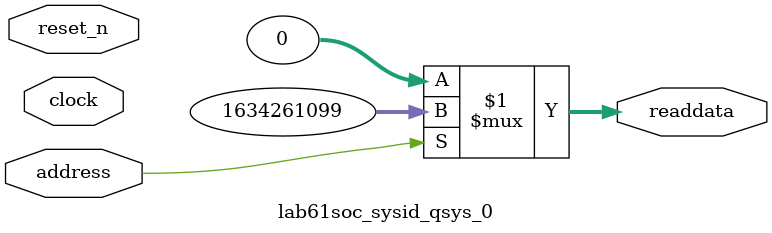
<source format=v>



// synthesis translate_off
`timescale 1ns / 1ps
// synthesis translate_on

// turn off superfluous verilog processor warnings 
// altera message_level Level1 
// altera message_off 10034 10035 10036 10037 10230 10240 10030 

module lab61soc_sysid_qsys_0 (
               // inputs:
                address,
                clock,
                reset_n,

               // outputs:
                readdata
             )
;

  output  [ 31: 0] readdata;
  input            address;
  input            clock;
  input            reset_n;

  wire    [ 31: 0] readdata;
  //control_slave, which is an e_avalon_slave
  assign readdata = address ? 1634261099 : 0;

endmodule



</source>
